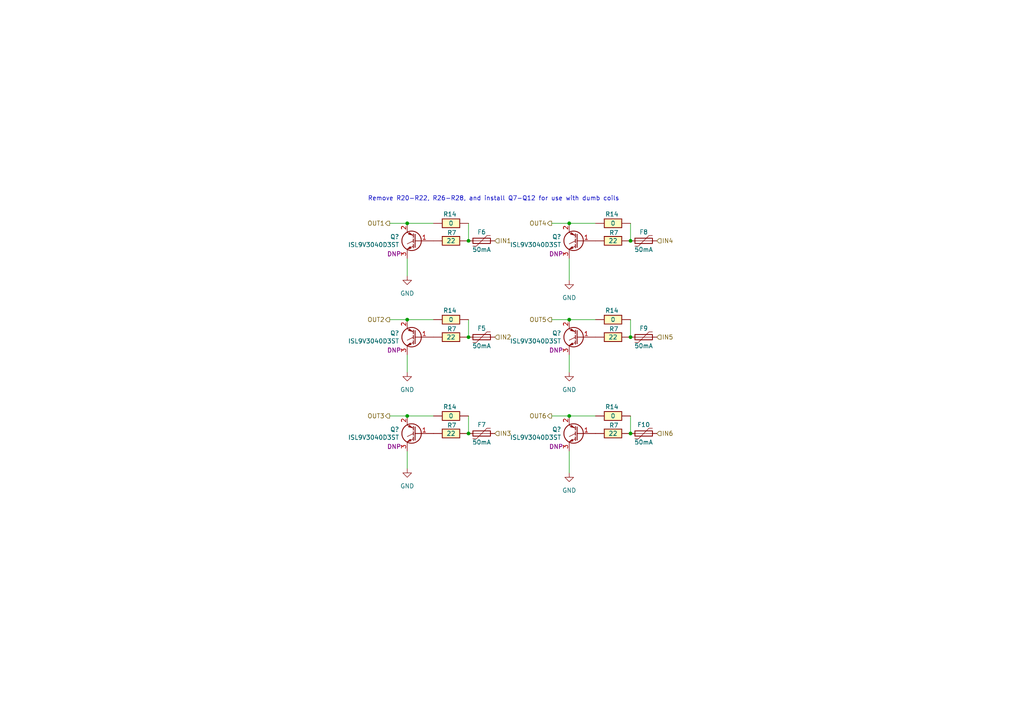
<source format=kicad_sch>
(kicad_sch (version 20231120) (generator "eeschema") (generator_version "8.0")
  (paper "A4")
  (title_block (title "UAEFI") (date "2024-08-15") (rev "D") (company "rusEFI.com"))
  (lib_symbols
    (symbol "Device:Polyfuse" (pin_numbers hide) (pin_names (offset 0))
      (property "Reference" "F" (at -2.54 0 90))
      (property "Value" "Polyfuse" (at 2.54 0 90))
      (symbol "Polyfuse_0_1"
        (rectangle (start -0.762 2.54) (end 0.762 -2.54) (stroke (width 0.254)))
        (polyline (pts (xy 0 2.54) (xy 0 -2.54)))
        (polyline (pts (xy -1.524 2.54) (xy -1.524 1.524) (xy 1.524 -1.524) (xy 1.524 -2.54)))
      )
      (symbol "Polyfuse_1_1"
        (pin passive line (at 0 3.81 270) (length 1.27) (name "~") (number "1"))
        (pin passive line (at 0 -3.81 90) (length 1.27) (name "~") (number "2"))
      )
    )
    (symbol "Device:Q_NIGBT_GCE" (pin_names (offset 0) hide)
      (property "Reference" "Q" (at 5.08 1.27 0))
      (property "Value" "Q_NIGBT_GCE" (at 5.08 -1.27 0))
      (symbol "Q_NIGBT_GCE_0_1"
        (polyline (pts (xy 0.762 -1.016) (xy 0.762 -2.032)) (stroke (width 0.254)))
        (polyline (pts (xy 0.762 0.508) (xy 0.762 -0.508)) (stroke (width 0.254)))
        (polyline (pts (xy 0.762 2.032) (xy 0.762 1.016)) (stroke (width 0.254)))
        (polyline (pts (xy 2.54 -2.413) (xy 0.762 -1.524)))
        (polyline (pts (xy 2.54 -0.889) (xy 0.762 0)))
        (polyline (pts (xy 2.54 2.413) (xy 0.762 1.524)))
        (polyline (pts (xy 0.254 1.905) (xy 0.254 -1.905) (xy 0.254 -1.905)) (stroke (width 0.254)))
        (polyline (pts (xy 1.397 -2.159) (xy 1.651 -1.651) (xy 2.54 -2.413) (xy 1.397 -2.159)) (fill (type outline)))
        (polyline (pts (xy 2.159 1.905) (xy 1.905 2.413) (xy 1.016 1.651) (xy 2.159 1.905)) (fill (type outline)))
        (circle (center 1.27 0) (radius 2.8194) (stroke (width 0.254)))
      )
      (symbol "Q_NIGBT_GCE_1_1"
        (pin input line (at -5.08 0 0) (length 5.334) (name "G") (number "1"))
        (pin passive line (at 2.54 5.08 270) (length 2.54) (name "C") (number "2"))
        (pin passive line (at 2.54 -5.08 90) (length 2.54) (name "E") (number "3"))
      )
    )
    (symbol "GND_2" (power) (pin_numbers hide) (pin_names (offset 0) hide)
      (property "Value" "GND" (at 0 -3.81 0))
      (symbol "GND_2_0_1"
        (polyline (pts (xy 0 0) (xy 0 -1.27) (xy 1.27 -1.27) (xy 0 -2.54) (xy -1.27 -1.27) (xy 0 -1.27)))
      )
      (symbol "GND_2_1_1"
        (pin power_in line (at 0 0 270) (length 0) (name "~") (number "1"))
      )
    )
    (symbol "hellen-one-common:Res" (pin_numbers hide)
      (property "Reference" "R" (at 3.81 2.54 0))
      (property "Value" "Res" (at 5.08 -2.54 0))
      (symbol "Res_1_0"
        (rectangle (start 2.54 -1.27) (end 7.62 1.27) (stroke (width 0.254)) (fill (type background)))
        (pin passive line (at 0 0 0) (length 2.54) (name "") (number "1"))
        (pin passive line (at 10.16 0 180) (length 2.54) (name "") (number "2"))
      )
    )
  )
  (junction (at 118.11 64.77))
  (junction (at 118.11 120.65))
  (junction (at 135.89 69.85))
  (junction (at 118.11 92.71))
  (junction (at 135.89 97.79))
  (junction (at 182.88 125.73))
  (junction (at 182.88 97.79))
  (junction (at 165.1 64.77))
  (junction (at 182.88 69.85))
  (junction (at 165.1 120.65))
  (junction (at 165.1 92.71))
  (junction (at 135.89 125.73))
  (wire (pts (xy 182.88 64.77) (xy 182.88 69.85)))
  (wire (pts (xy 160.02 64.77) (xy 165.1 64.77)))
  (wire (pts (xy 118.11 102.87) (xy 118.11 107.95)))
  (wire (pts (xy 113.03 120.65) (xy 118.11 120.65)))
  (wire (pts (xy 118.11 74.93) (xy 118.11 80.01)))
  (wire (pts (xy 165.1 130.81) (xy 165.1 137.16)))
  (wire (pts (xy 160.02 92.71) (xy 165.1 92.71)))
  (wire (pts (xy 165.1 74.93) (xy 165.1 81.28)))
  (wire (pts (xy 165.1 102.87) (xy 165.1 107.95)))
  (wire (pts (xy 135.89 92.71) (xy 135.89 97.79)))
  (wire (pts (xy 165.1 64.77) (xy 172.72 64.77)))
  (wire (pts (xy 135.89 120.65) (xy 135.89 125.73)))
  (wire (pts (xy 165.1 120.65) (xy 172.72 120.65)))
  (wire (pts (xy 118.11 120.65) (xy 125.73 120.65)))
  (wire (pts (xy 113.03 64.77) (xy 118.11 64.77)))
  (wire (pts (xy 118.11 92.71) (xy 125.73 92.71)))
  (wire (pts (xy 165.1 92.71) (xy 172.72 92.71)))
  (wire (pts (xy 160.02 120.65) (xy 165.1 120.65)))
  (wire (pts (xy 182.88 92.71) (xy 182.88 97.79)))
  (wire (pts (xy 182.88 120.65) (xy 182.88 125.73)))
  (wire (pts (xy 118.11 130.81) (xy 118.11 135.89)))
  (wire (pts (xy 118.11 64.77) (xy 125.73 64.77)))
  (wire (pts (xy 113.03 92.71) (xy 118.11 92.71)))
  (wire (pts (xy 135.89 64.77) (xy 135.89 69.85)))
  (text "Remove R20-R22, R26-R28, and install Q7-Q12 for use with dumb coils" (at 106.68 58.42 0) (effects (font (size 1.27 1.27)) (justify left bottom)))
  (hierarchical_label "IN5" (shape input) (at 190.5 97.79 0))
  (hierarchical_label "OUT1" (shape output) (at 113.03 64.77 180))
  (hierarchical_label "OUT3" (shape output) (at 113.03 120.65 180))
  (hierarchical_label "IN2" (shape input) (at 143.51 97.79 0))
  (hierarchical_label "IN6" (shape input) (at 190.5 125.73 0))
  (hierarchical_label "OUT6" (shape output) (at 160.02 120.65 180))
  (hierarchical_label "OUT5" (shape output) (at 160.02 92.71 180))
  (hierarchical_label "OUT2" (shape output) (at 113.03 92.71 180))
  (hierarchical_label "IN3" (shape input) (at 143.51 125.73 0))
  (hierarchical_label "IN1" (shape input) (at 143.51 69.85 0))
  (hierarchical_label "OUT4" (shape output) (at 160.02 64.77 180))
  (hierarchical_label "IN4" (shape input) (at 190.5 69.85 0))
  (symbol (lib_id "Device:Q_NIGBT_GCE") (at 120.65 125.73 0) (mirror y) (unit 1)
    (property "Reference" "Q?" (at 115.7986 124.5616 0) (effects (justify left)))
    (property "Value" "ISL9V3040D3ST" (at 115.7986 126.873 0) (effects (justify left)))
    (property "Footprint" "Package_TO_SOT_SMD:TO-252-2" (effects (hide yes)))
    (property "MyComment" "DNP" (at 114.3 129.54 0))
    (instances (project "hellen-hyundai-pb-154" (path "" (reference "Q?") (unit 1)) (path "" (reference "Q?") (unit 1))) (project "DUMB_COILS4" (path "" (reference "Q?") (unit 1))) (project "uaefi" (path "" (reference "Q9") (unit 1))) (project "ign_quad" (path "" (reference "Q?") (unit 1))))
  )
  (symbol (lib_id "hellen-one-common:Res") (at 182.88 92.71 0) (mirror y) (unit 1)
    (property "Reference" "R14" (at 177.4796 90.0653 0))
    (property "Value" "0" (at 177.8 92.71 0))
    (property "Footprint" "Resistor_SMD:R_2512_6332Metric" (effects (hide yes)))
    (property "LCSC" "C25469" (effects (hide yes)))
    (instances (project "proteus81harley" (path "" (reference "R14") (unit 1))) (project "uaefi" (path "" (reference "R27") (unit 1))))
  )
  (symbol (lib_id "Device:Polyfuse") (at 186.69 125.73 90) (unit 1)
    (property "Reference" "F10" (at 186.69 123.19 90))
    (property "Value" "50mA" (at 186.69 128.27 90))
    (property "Footprint" "Fuse:Fuse_0603_1608Metric" (effects (hide yes)))
    (property "LCSC" "C369141" (effects (hide yes)))
  )
  (symbol (lib_id "hellen-one-common:Res") (at 125.73 69.85 0) (mirror x) (unit 1)
    (property "Reference" "R7" (at 131.052 67.5018 0))
    (property "Value" "22" (at 130.81 69.85 0))
    (property "Footprint" "hellen-one-common:R0603" (effects (hide yes)))
    (property "LCSC" "C23345" (effects (hide yes)))
    (instances (project "proteus81harley" (path "" (reference "R7") (unit 1))) (project "uaefi" (path "" (reference "R17") (unit 1))))
  )
  (symbol (lib_id "hellen-one-common:Res") (at 182.88 64.77 0) (mirror y) (unit 1)
    (property "Reference" "R14" (at 177.4796 62.1253 0))
    (property "Value" "0" (at 177.8 64.77 0))
    (property "Footprint" "Resistor_SMD:R_2512_6332Metric" (effects (hide yes)))
    (property "LCSC" "C25469" (effects (hide yes)))
    (instances (project "proteus81harley" (path "" (reference "R14") (unit 1))) (project "uaefi" (path "" (reference "R26") (unit 1))))
  )
  (symbol (lib_name "GND_2") (lib_id "power:GND") (at 165.1 137.16 0) (unit 1)
    (property "Reference" "#PWR0100" (effects (hide yes)))
    (property "Value" "GND" (at 165.1 142.24 0))
    (property "Description" "Power symbol creates a global label with name \"GND\" , ground" (effects (hide yes)))
  )
  (symbol (lib_name "GND_2") (lib_id "power:GND") (at 165.1 81.28 0) (unit 1)
    (property "Reference" "#PWR095" (effects (hide yes)))
    (property "Value" "GND" (at 165.1 86.36 0))
    (property "Description" "Power symbol creates a global label with name \"GND\" , ground" (effects (hide yes)))
  )
  (symbol (lib_id "hellen-one-common:Res") (at 172.72 125.73 0) (mirror x) (unit 1)
    (property "Reference" "R7" (at 178.042 123.3818 0))
    (property "Value" "22" (at 177.8 125.73 0))
    (property "Footprint" "hellen-one-common:R0603" (effects (hide yes)))
    (property "LCSC" "C23345" (effects (hide yes)))
    (instances (project "proteus81harley" (path "" (reference "R7") (unit 1))) (project "uaefi" (path "" (reference "R25") (unit 1))))
  )
  (symbol (lib_id "hellen-one-common:Res") (at 125.73 97.79 0) (mirror x) (unit 1)
    (property "Reference" "R7" (at 131.052 95.4418 0))
    (property "Value" "22" (at 130.81 97.79 0))
    (property "Footprint" "hellen-one-common:R0603" (effects (hide yes)))
    (property "LCSC" "C23345" (effects (hide yes)))
    (instances (project "proteus81harley" (path "" (reference "R7") (unit 1))) (project "uaefi" (path "" (reference "R18") (unit 1))))
  )
  (symbol (lib_id "hellen-one-common:Res") (at 135.89 64.77 0) (mirror y) (unit 1)
    (property "Reference" "R14" (at 130.4896 62.1253 0))
    (property "Value" "0" (at 130.81 64.77 0))
    (property "Footprint" "Resistor_SMD:R_2512_6332Metric" (effects (hide yes)))
    (property "LCSC" "C25469" (effects (hide yes)))
    (instances (project "proteus81harley" (path "" (reference "R14") (unit 1))) (project "uaefi" (path "" (reference "R20") (unit 1))))
  )
  (symbol (lib_id "Device:Polyfuse") (at 186.69 97.79 90) (unit 1)
    (property "Reference" "F9" (at 186.69 95.25 90))
    (property "Value" "50mA" (at 186.69 100.33 90))
    (property "Footprint" "Fuse:Fuse_0603_1608Metric" (effects (hide yes)))
    (property "LCSC" "C369141" (effects (hide yes)))
  )
  (symbol (lib_name "GND_2") (lib_id "power:GND") (at 165.1 107.95 0) (unit 1)
    (property "Reference" "#PWR098" (effects (hide yes)))
    (property "Value" "GND" (at 165.1 113.03 0))
    (property "Description" "Power symbol creates a global label with name \"GND\" , ground" (effects (hide yes)))
  )
  (symbol (lib_id "Device:Q_NIGBT_GCE") (at 120.65 69.85 0) (mirror y) (unit 1)
    (property "Reference" "Q?" (at 115.7986 68.6816 0) (effects (justify left)))
    (property "Value" "ISL9V3040D3ST" (at 115.7986 70.993 0) (effects (justify left)))
    (property "Footprint" "Package_TO_SOT_SMD:TO-252-2" (effects (hide yes)))
    (property "MyComment" "DNP" (at 114.3 73.66 0))
    (instances (project "hellen-hyundai-pb-154" (path "" (reference "Q?") (unit 1)) (path "" (reference "Q?") (unit 1))) (project "DUMB_COILS4" (path "" (reference "Q?") (unit 1))) (project "uaefi" (path "" (reference "Q7") (unit 1))) (project "ign_quad" (path "" (reference "Q?") (unit 1))))
  )
  (symbol (lib_id "hellen-one-common:Res") (at 125.73 125.73 0) (mirror x) (unit 1)
    (property "Reference" "R7" (at 131.052 123.3818 0))
    (property "Value" "22" (at 130.81 125.73 0))
    (property "Footprint" "hellen-one-common:R0603" (effects (hide yes)))
    (property "LCSC" "C23345" (effects (hide yes)))
    (instances (project "proteus81harley" (path "" (reference "R7") (unit 1))) (project "uaefi" (path "" (reference "R19") (unit 1))))
  )
  (symbol (lib_id "Device:Q_NIGBT_GCE") (at 120.65 97.79 0) (mirror y) (unit 1)
    (property "Reference" "Q?" (at 115.7986 96.6216 0) (effects (justify left)))
    (property "Value" "ISL9V3040D3ST" (at 115.7986 98.933 0) (effects (justify left)))
    (property "Footprint" "Package_TO_SOT_SMD:TO-252-2" (effects (hide yes)))
    (property "MyComment" "DNP" (at 114.3 101.6 0))
    (instances (project "hellen-hyundai-pb-154" (path "" (reference "Q?") (unit 1)) (path "" (reference "Q?") (unit 1))) (project "DUMB_COILS4" (path "" (reference "Q?") (unit 1))) (project "uaefi" (path "" (reference "Q8") (unit 1))) (project "ign_quad" (path "" (reference "Q?") (unit 1))))
  )
  (symbol (lib_name "GND_2") (lib_id "power:GND") (at 118.11 80.01 0) (unit 1)
    (property "Reference" "#PWR094" (effects (hide yes)))
    (property "Value" "GND" (at 118.11 85.09 0))
    (property "Description" "Power symbol creates a global label with name \"GND\" , ground" (effects (hide yes)))
  )
  (symbol (lib_id "Device:Polyfuse") (at 139.7 69.85 90) (unit 1)
    (property "Reference" "F6" (at 139.7 67.31 90))
    (property "Value" "50mA" (at 139.7 72.39 90))
    (property "Footprint" "Fuse:Fuse_0603_1608Metric" (effects (hide yes)))
    (property "LCSC" "C369141" (effects (hide yes)))
  )
  (symbol (lib_id "Device:Q_NIGBT_GCE") (at 167.64 69.85 0) (mirror y) (unit 1)
    (property "Reference" "Q?" (at 162.7886 68.6816 0) (effects (justify left)))
    (property "Value" "ISL9V3040D3ST" (at 162.7886 70.993 0) (effects (justify left)))
    (property "Footprint" "Package_TO_SOT_SMD:TO-252-2" (effects (hide yes)))
    (property "MyComment" "DNP" (at 161.29 73.66 0))
    (instances (project "hellen-hyundai-pb-154" (path "" (reference "Q?") (unit 1)) (path "" (reference "Q?") (unit 1))) (project "DUMB_COILS4" (path "" (reference "Q?") (unit 1))) (project "uaefi" (path "" (reference "Q10") (unit 1))) (project "ign_quad" (path "" (reference "Q?") (unit 1))))
  )
  (symbol (lib_id "hellen-one-common:Res") (at 172.72 97.79 0) (mirror x) (unit 1)
    (property "Reference" "R7" (at 178.042 95.4418 0))
    (property "Value" "22" (at 177.8 97.79 0))
    (property "Footprint" "hellen-one-common:R0603" (effects (hide yes)))
    (property "LCSC" "C23345" (effects (hide yes)))
    (instances (project "proteus81harley" (path "" (reference "R7") (unit 1))) (project "uaefi" (path "" (reference "R24") (unit 1))))
  )
  (symbol (lib_id "Device:Polyfuse") (at 139.7 97.79 90) (unit 1)
    (property "Reference" "F5" (at 139.7 95.25 90))
    (property "Value" "50mA" (at 139.7 100.33 90))
    (property "Footprint" "Fuse:Fuse_0603_1608Metric" (effects (hide yes)))
    (property "LCSC" "C369141" (effects (hide yes)))
  )
  (symbol (lib_id "Device:Q_NIGBT_GCE") (at 167.64 125.73 0) (mirror y) (unit 1)
    (property "Reference" "Q?" (at 162.7886 124.5616 0) (effects (justify left)))
    (property "Value" "ISL9V3040D3ST" (at 162.7886 126.873 0) (effects (justify left)))
    (property "Footprint" "Package_TO_SOT_SMD:TO-252-2" (effects (hide yes)))
    (property "MyComment" "DNP" (at 161.29 129.54 0))
    (instances (project "hellen-hyundai-pb-154" (path "" (reference "Q?") (unit 1)) (path "" (reference "Q?") (unit 1))) (project "DUMB_COILS4" (path "" (reference "Q?") (unit 1))) (project "uaefi" (path "" (reference "Q12") (unit 1))) (project "ign_quad" (path "" (reference "Q?") (unit 1))))
  )
  (symbol (lib_id "hellen-one-common:Res") (at 182.88 120.65 0) (mirror y) (unit 1)
    (property "Reference" "R14" (at 177.4796 118.0053 0))
    (property "Value" "0" (at 177.8 120.65 0))
    (property "Footprint" "Resistor_SMD:R_2512_6332Metric" (effects (hide yes)))
    (property "LCSC" "C25469" (effects (hide yes)))
    (instances (project "proteus81harley" (path "" (reference "R14") (unit 1))) (project "uaefi" (path "" (reference "R28") (unit 1))))
  )
  (symbol (lib_id "hellen-one-common:Res") (at 135.89 92.71 0) (mirror y) (unit 1)
    (property "Reference" "R14" (at 130.4896 90.0653 0))
    (property "Value" "0" (at 130.81 92.71 0))
    (property "Footprint" "Resistor_SMD:R_2512_6332Metric" (effects (hide yes)))
    (property "LCSC" "C25469" (effects (hide yes)))
    (instances (project "proteus81harley" (path "" (reference "R14") (unit 1))) (project "uaefi" (path "" (reference "R21") (unit 1))))
  )
  (symbol (lib_id "hellen-one-common:Res") (at 172.72 69.85 0) (mirror x) (unit 1)
    (property "Reference" "R7" (at 178.042 67.5018 0))
    (property "Value" "22" (at 177.8 69.85 0))
    (property "Footprint" "hellen-one-common:R0603" (effects (hide yes)))
    (property "LCSC" "C23345" (effects (hide yes)))
    (instances (project "proteus81harley" (path "" (reference "R7") (unit 1))) (project "uaefi" (path "" (reference "R23") (unit 1))))
  )
  (symbol (lib_name "GND_2") (lib_id "power:GND") (at 118.11 135.89 0) (unit 1)
    (property "Reference" "#PWR099" (effects (hide yes)))
    (property "Value" "GND" (at 118.11 140.97 0))
    (property "Description" "Power symbol creates a global label with name \"GND\" , ground" (effects (hide yes)))
  )
  (symbol (lib_id "hellen-one-common:Res") (at 135.89 120.65 0) (mirror y) (unit 1)
    (property "Reference" "R14" (at 130.4896 118.0053 0))
    (property "Value" "0" (at 130.81 120.65 0))
    (property "Footprint" "Resistor_SMD:R_2512_6332Metric" (effects (hide yes)))
    (property "LCSC" "C25469" (effects (hide yes)))
    (instances (project "proteus81harley" (path "" (reference "R14") (unit 1))) (project "uaefi" (path "" (reference "R22") (unit 1))))
  )
  (symbol (lib_id "Device:Q_NIGBT_GCE") (at 167.64 97.79 0) (mirror y) (unit 1)
    (property "Reference" "Q?" (at 162.7886 96.6216 0) (effects (justify left)))
    (property "Value" "ISL9V3040D3ST" (at 162.7886 98.933 0) (effects (justify left)))
    (property "Footprint" "Package_TO_SOT_SMD:TO-252-2" (effects (hide yes)))
    (property "MyComment" "DNP" (at 161.29 101.6 0))
    (instances (project "hellen-hyundai-pb-154" (path "" (reference "Q?") (unit 1)) (path "" (reference "Q?") (unit 1))) (project "DUMB_COILS4" (path "" (reference "Q?") (unit 1))) (project "uaefi" (path "" (reference "Q11") (unit 1))) (project "ign_quad" (path "" (reference "Q?") (unit 1))))
  )
  (symbol (lib_id "Device:Polyfuse") (at 186.69 69.85 90) (unit 1)
    (property "Reference" "F8" (at 186.69 67.31 90))
    (property "Value" "50mA" (at 186.69 72.39 90))
    (property "Footprint" "Fuse:Fuse_0603_1608Metric" (effects (hide yes)))
    (property "LCSC" "C369141" (effects (hide yes)))
  )
  (symbol (lib_name "GND_2") (lib_id "power:GND") (at 118.11 107.95 0) (unit 1)
    (property "Reference" "#PWR096" (effects (hide yes)))
    (property "Value" "GND" (at 118.11 113.03 0))
    (property "Description" "Power symbol creates a global label with name \"GND\" , ground" (effects (hide yes)))
  )
  (symbol (lib_id "Device:Polyfuse") (at 139.7 125.73 90) (unit 1)
    (property "Reference" "F7" (at 139.7 123.19 90))
    (property "Value" "50mA" (at 139.7 128.27 90))
    (property "Footprint" "Fuse:Fuse_0603_1608Metric" (effects (hide yes)))
    (property "LCSC" "C369141" (effects (hide yes)))
  )
)
</source>
